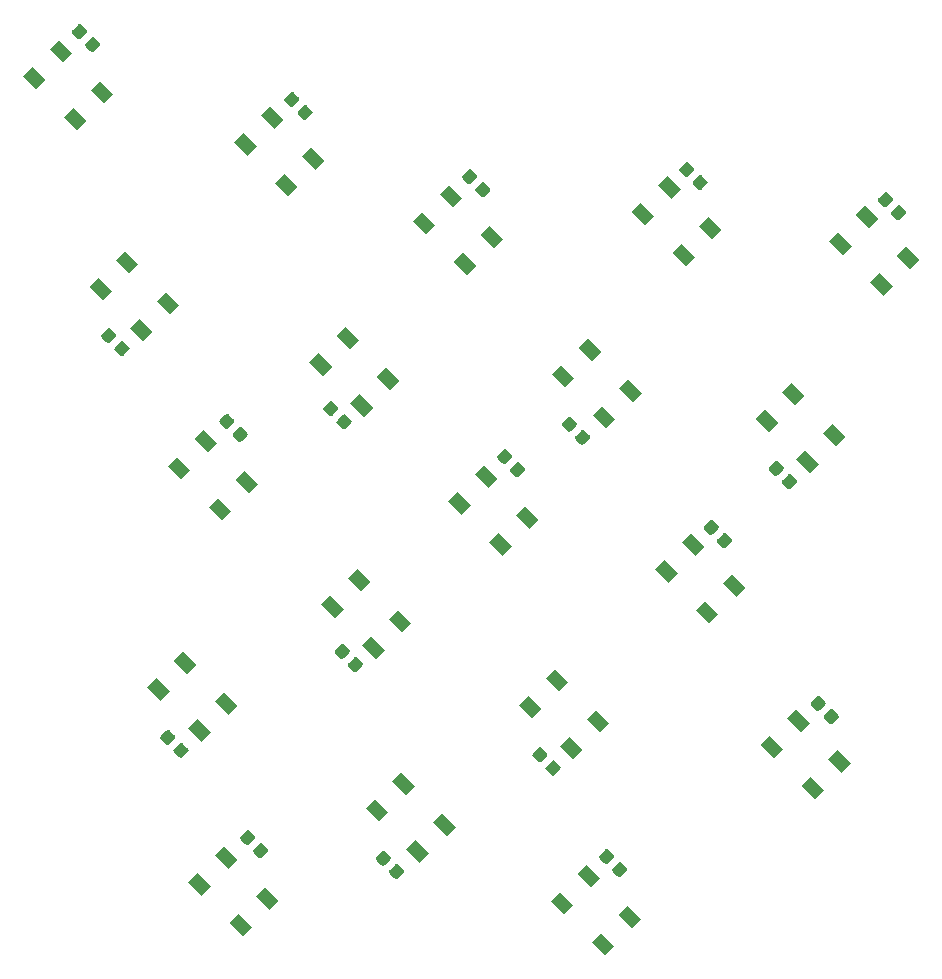
<source format=gts>
G04 #@! TF.GenerationSoftware,KiCad,Pcbnew,5.1.4+dfsg1-1*
G04 #@! TF.CreationDate,2019-11-20T14:25:38+01:00*
G04 #@! TF.ProjectId,LED-Polyhedron,4c45442d-506f-46c7-9968-6564726f6e2e,rev?*
G04 #@! TF.SameCoordinates,Original*
G04 #@! TF.FileFunction,Soldermask,Top*
G04 #@! TF.FilePolarity,Negative*
%FSLAX46Y46*%
G04 Gerber Fmt 4.6, Leading zero omitted, Abs format (unit mm)*
G04 Created by KiCad (PCBNEW 5.1.4+dfsg1-1) date 2019-11-20 14:25:38*
%MOMM*%
%LPD*%
G04 APERTURE LIST*
%ADD10C,0.100000*%
G04 APERTURE END LIST*
D10*
G36*
X56227049Y-82870559D02*
G01*
X55447818Y-83649790D01*
X54315033Y-82517005D01*
X55094264Y-81737774D01*
X56227049Y-82870559D01*
X56227049Y-82870559D01*
G37*
G36*
X25557049Y-81290559D02*
G01*
X24777818Y-82069790D01*
X23645033Y-80937005D01*
X24424264Y-80157774D01*
X25557049Y-81290559D01*
X25557049Y-81290559D01*
G37*
G36*
X58489790Y-80607818D02*
G01*
X57710559Y-81387049D01*
X56577774Y-80254264D01*
X57357005Y-79475033D01*
X58489790Y-80607818D01*
X58489790Y-80607818D01*
G37*
G36*
X52762226Y-79405736D02*
G01*
X51982995Y-80184967D01*
X50850210Y-79052182D01*
X51629441Y-78272951D01*
X52762226Y-79405736D01*
X52762226Y-79405736D01*
G37*
G36*
X27819790Y-79027818D02*
G01*
X27040559Y-79807049D01*
X25907774Y-78674264D01*
X26687005Y-77895033D01*
X27819790Y-79027818D01*
X27819790Y-79027818D01*
G37*
G36*
X22092226Y-77825736D02*
G01*
X21312995Y-78604967D01*
X20180210Y-77472182D01*
X20959441Y-76692951D01*
X22092226Y-77825736D01*
X22092226Y-77825736D01*
G37*
G36*
X55024967Y-77142995D02*
G01*
X54245736Y-77922226D01*
X53112951Y-76789441D01*
X53892182Y-76010210D01*
X55024967Y-77142995D01*
X55024967Y-77142995D01*
G37*
G36*
X37868705Y-75918855D02*
G01*
X37902683Y-75929163D01*
X37934004Y-75945904D01*
X37966218Y-75972342D01*
X38006069Y-76012193D01*
X38006075Y-76012198D01*
X38351496Y-76357619D01*
X38351501Y-76357625D01*
X38391352Y-76397476D01*
X38417790Y-76429690D01*
X38434531Y-76461011D01*
X38444839Y-76494989D01*
X38448319Y-76530330D01*
X38444839Y-76565671D01*
X38434531Y-76599649D01*
X38417790Y-76630970D01*
X38391352Y-76663184D01*
X38351501Y-76703035D01*
X38351496Y-76703041D01*
X37953041Y-77101496D01*
X37953035Y-77101501D01*
X37913184Y-77141352D01*
X37880970Y-77167790D01*
X37849649Y-77184531D01*
X37815671Y-77194839D01*
X37780330Y-77198319D01*
X37744989Y-77194839D01*
X37711011Y-77184531D01*
X37679690Y-77167790D01*
X37647476Y-77141352D01*
X37607625Y-77101501D01*
X37607619Y-77101496D01*
X37262198Y-76756075D01*
X37262193Y-76756069D01*
X37222342Y-76716218D01*
X37195904Y-76684004D01*
X37179163Y-76652683D01*
X37168855Y-76618705D01*
X37165375Y-76583364D01*
X37168855Y-76548023D01*
X37179163Y-76514045D01*
X37195904Y-76482724D01*
X37222342Y-76450510D01*
X37262193Y-76410659D01*
X37262198Y-76410653D01*
X37660653Y-76012198D01*
X37660659Y-76012193D01*
X37700510Y-75972342D01*
X37732724Y-75945904D01*
X37764045Y-75929163D01*
X37798023Y-75918855D01*
X37833364Y-75915375D01*
X37868705Y-75918855D01*
X37868705Y-75918855D01*
G37*
G36*
X56758705Y-75768855D02*
G01*
X56792683Y-75779163D01*
X56824004Y-75795904D01*
X56856218Y-75822342D01*
X56896069Y-75862193D01*
X56896075Y-75862198D01*
X57241496Y-76207619D01*
X57241501Y-76207625D01*
X57281352Y-76247476D01*
X57307790Y-76279690D01*
X57324531Y-76311011D01*
X57334839Y-76344989D01*
X57338319Y-76380330D01*
X57334839Y-76415671D01*
X57324531Y-76449649D01*
X57307790Y-76480970D01*
X57281352Y-76513184D01*
X57241501Y-76553035D01*
X57241496Y-76553041D01*
X56843041Y-76951496D01*
X56843035Y-76951501D01*
X56803184Y-76991352D01*
X56770970Y-77017790D01*
X56739649Y-77034531D01*
X56705671Y-77044839D01*
X56670330Y-77048319D01*
X56634989Y-77044839D01*
X56601011Y-77034531D01*
X56569690Y-77017790D01*
X56537476Y-76991352D01*
X56497625Y-76951501D01*
X56497619Y-76951496D01*
X56152198Y-76606075D01*
X56152193Y-76606069D01*
X56112342Y-76566218D01*
X56085904Y-76534004D01*
X56069163Y-76502683D01*
X56058855Y-76468705D01*
X56055375Y-76433364D01*
X56058855Y-76398023D01*
X56069163Y-76364045D01*
X56085904Y-76332724D01*
X56112342Y-76300510D01*
X56152193Y-76260659D01*
X56152198Y-76260653D01*
X56550653Y-75862198D01*
X56550659Y-75862193D01*
X56590510Y-75822342D01*
X56622724Y-75795904D01*
X56654045Y-75779163D01*
X56688023Y-75768855D01*
X56723364Y-75765375D01*
X56758705Y-75768855D01*
X56758705Y-75768855D01*
G37*
G36*
X24354967Y-75562995D02*
G01*
X23575736Y-76342226D01*
X22442951Y-75209441D01*
X23222182Y-74430210D01*
X24354967Y-75562995D01*
X24354967Y-75562995D01*
G37*
G36*
X36755011Y-74805161D02*
G01*
X36788989Y-74815469D01*
X36820310Y-74832210D01*
X36852524Y-74858648D01*
X36892375Y-74898499D01*
X36892381Y-74898504D01*
X37237802Y-75243925D01*
X37237807Y-75243931D01*
X37277658Y-75283782D01*
X37304096Y-75315996D01*
X37320837Y-75347317D01*
X37331145Y-75381295D01*
X37334625Y-75416636D01*
X37331145Y-75451977D01*
X37320837Y-75485955D01*
X37304096Y-75517276D01*
X37277658Y-75549490D01*
X37237807Y-75589341D01*
X37237802Y-75589347D01*
X36839347Y-75987802D01*
X36839341Y-75987807D01*
X36799490Y-76027658D01*
X36767276Y-76054096D01*
X36735955Y-76070837D01*
X36701977Y-76081145D01*
X36666636Y-76084625D01*
X36631295Y-76081145D01*
X36597317Y-76070837D01*
X36565996Y-76054096D01*
X36533782Y-76027658D01*
X36493931Y-75987807D01*
X36493925Y-75987802D01*
X36148504Y-75642381D01*
X36148499Y-75642375D01*
X36108648Y-75602524D01*
X36082210Y-75570310D01*
X36065469Y-75538989D01*
X36055161Y-75505011D01*
X36051681Y-75469670D01*
X36055161Y-75434329D01*
X36065469Y-75400351D01*
X36082210Y-75369030D01*
X36108648Y-75336816D01*
X36148499Y-75296965D01*
X36148504Y-75296959D01*
X36546959Y-74898504D01*
X36546965Y-74898499D01*
X36586816Y-74858648D01*
X36619030Y-74832210D01*
X36650351Y-74815469D01*
X36684329Y-74805161D01*
X36719670Y-74801681D01*
X36755011Y-74805161D01*
X36755011Y-74805161D01*
G37*
G36*
X55645011Y-74655161D02*
G01*
X55678989Y-74665469D01*
X55710310Y-74682210D01*
X55742524Y-74708648D01*
X55782375Y-74748499D01*
X55782381Y-74748504D01*
X56127802Y-75093925D01*
X56127807Y-75093931D01*
X56167658Y-75133782D01*
X56194096Y-75165996D01*
X56210837Y-75197317D01*
X56221145Y-75231295D01*
X56224625Y-75266636D01*
X56221145Y-75301977D01*
X56210837Y-75335955D01*
X56194096Y-75367276D01*
X56167658Y-75399490D01*
X56127807Y-75439341D01*
X56127802Y-75439347D01*
X55729347Y-75837802D01*
X55729341Y-75837807D01*
X55689490Y-75877658D01*
X55657276Y-75904096D01*
X55625955Y-75920837D01*
X55591977Y-75931145D01*
X55556636Y-75934625D01*
X55521295Y-75931145D01*
X55487317Y-75920837D01*
X55455996Y-75904096D01*
X55423782Y-75877658D01*
X55383931Y-75837807D01*
X55383925Y-75837802D01*
X55038504Y-75492381D01*
X55038499Y-75492375D01*
X54998648Y-75452524D01*
X54972210Y-75420310D01*
X54955469Y-75388989D01*
X54945161Y-75355011D01*
X54941681Y-75319670D01*
X54945161Y-75284329D01*
X54955469Y-75250351D01*
X54972210Y-75219030D01*
X54998648Y-75186816D01*
X55038499Y-75146965D01*
X55038504Y-75146959D01*
X55436959Y-74748504D01*
X55436965Y-74748499D01*
X55476816Y-74708648D01*
X55509030Y-74682210D01*
X55540351Y-74665469D01*
X55574329Y-74655161D01*
X55609670Y-74651681D01*
X55645011Y-74655161D01*
X55645011Y-74655161D01*
G37*
G36*
X40557049Y-75040559D02*
G01*
X39777818Y-75819790D01*
X38645033Y-74687005D01*
X39424264Y-73907774D01*
X40557049Y-75040559D01*
X40557049Y-75040559D01*
G37*
G36*
X26368705Y-74168855D02*
G01*
X26402683Y-74179163D01*
X26434004Y-74195904D01*
X26466218Y-74222342D01*
X26506069Y-74262193D01*
X26506075Y-74262198D01*
X26851496Y-74607619D01*
X26851501Y-74607625D01*
X26891352Y-74647476D01*
X26917790Y-74679690D01*
X26934531Y-74711011D01*
X26944839Y-74744989D01*
X26948319Y-74780330D01*
X26944839Y-74815671D01*
X26934531Y-74849649D01*
X26917790Y-74880970D01*
X26891352Y-74913184D01*
X26851501Y-74953035D01*
X26851496Y-74953041D01*
X26453041Y-75351496D01*
X26453035Y-75351501D01*
X26413184Y-75391352D01*
X26380970Y-75417790D01*
X26349649Y-75434531D01*
X26315671Y-75444839D01*
X26280330Y-75448319D01*
X26244989Y-75444839D01*
X26211011Y-75434531D01*
X26179690Y-75417790D01*
X26147476Y-75391352D01*
X26107625Y-75351501D01*
X26107619Y-75351496D01*
X25762198Y-75006075D01*
X25762193Y-75006069D01*
X25722342Y-74966218D01*
X25695904Y-74934004D01*
X25679163Y-74902683D01*
X25668855Y-74868705D01*
X25665375Y-74833364D01*
X25668855Y-74798023D01*
X25679163Y-74764045D01*
X25695904Y-74732724D01*
X25722342Y-74700510D01*
X25762193Y-74660659D01*
X25762198Y-74660653D01*
X26160653Y-74262198D01*
X26160659Y-74262193D01*
X26200510Y-74222342D01*
X26232724Y-74195904D01*
X26264045Y-74179163D01*
X26298023Y-74168855D01*
X26333364Y-74165375D01*
X26368705Y-74168855D01*
X26368705Y-74168855D01*
G37*
G36*
X25255011Y-73055161D02*
G01*
X25288989Y-73065469D01*
X25320310Y-73082210D01*
X25352524Y-73108648D01*
X25392375Y-73148499D01*
X25392381Y-73148504D01*
X25737802Y-73493925D01*
X25737807Y-73493931D01*
X25777658Y-73533782D01*
X25804096Y-73565996D01*
X25820837Y-73597317D01*
X25831145Y-73631295D01*
X25834625Y-73666636D01*
X25831145Y-73701977D01*
X25820837Y-73735955D01*
X25804096Y-73767276D01*
X25777658Y-73799490D01*
X25737807Y-73839341D01*
X25737802Y-73839347D01*
X25339347Y-74237802D01*
X25339341Y-74237807D01*
X25299490Y-74277658D01*
X25267276Y-74304096D01*
X25235955Y-74320837D01*
X25201977Y-74331145D01*
X25166636Y-74334625D01*
X25131295Y-74331145D01*
X25097317Y-74320837D01*
X25065996Y-74304096D01*
X25033782Y-74277658D01*
X24993931Y-74237807D01*
X24993925Y-74237802D01*
X24648504Y-73892381D01*
X24648499Y-73892375D01*
X24608648Y-73852524D01*
X24582210Y-73820310D01*
X24565469Y-73788989D01*
X24555161Y-73755011D01*
X24551681Y-73719670D01*
X24555161Y-73684329D01*
X24565469Y-73650351D01*
X24582210Y-73619030D01*
X24608648Y-73586816D01*
X24648499Y-73546965D01*
X24648504Y-73546959D01*
X25046959Y-73148504D01*
X25046965Y-73148499D01*
X25086816Y-73108648D01*
X25119030Y-73082210D01*
X25150351Y-73065469D01*
X25184329Y-73055161D01*
X25219670Y-73051681D01*
X25255011Y-73055161D01*
X25255011Y-73055161D01*
G37*
G36*
X42819790Y-72777818D02*
G01*
X42040559Y-73557049D01*
X40907774Y-72424264D01*
X41687005Y-71645033D01*
X42819790Y-72777818D01*
X42819790Y-72777818D01*
G37*
G36*
X37092226Y-71575736D02*
G01*
X36312995Y-72354967D01*
X35180210Y-71222182D01*
X35959441Y-70442951D01*
X37092226Y-71575736D01*
X37092226Y-71575736D01*
G37*
G36*
X73987049Y-69690559D02*
G01*
X73207818Y-70469790D01*
X72075033Y-69337005D01*
X72854264Y-68557774D01*
X73987049Y-69690559D01*
X73987049Y-69690559D01*
G37*
G36*
X39354967Y-69312995D02*
G01*
X38575736Y-70092226D01*
X37442951Y-68959441D01*
X38222182Y-68180210D01*
X39354967Y-69312995D01*
X39354967Y-69312995D01*
G37*
G36*
X51118705Y-67168855D02*
G01*
X51152683Y-67179163D01*
X51184004Y-67195904D01*
X51216218Y-67222342D01*
X51256069Y-67262193D01*
X51256075Y-67262198D01*
X51601496Y-67607619D01*
X51601501Y-67607625D01*
X51641352Y-67647476D01*
X51667790Y-67679690D01*
X51684531Y-67711011D01*
X51694839Y-67744989D01*
X51698319Y-67780330D01*
X51694839Y-67815671D01*
X51684531Y-67849649D01*
X51667790Y-67880970D01*
X51641352Y-67913184D01*
X51601501Y-67953035D01*
X51601496Y-67953041D01*
X51203041Y-68351496D01*
X51203035Y-68351501D01*
X51163184Y-68391352D01*
X51130970Y-68417790D01*
X51099649Y-68434531D01*
X51065671Y-68444839D01*
X51030330Y-68448319D01*
X50994989Y-68444839D01*
X50961011Y-68434531D01*
X50929690Y-68417790D01*
X50897476Y-68391352D01*
X50857625Y-68351501D01*
X50857619Y-68351496D01*
X50512198Y-68006075D01*
X50512193Y-68006069D01*
X50472342Y-67966218D01*
X50445904Y-67934004D01*
X50429163Y-67902683D01*
X50418855Y-67868705D01*
X50415375Y-67833364D01*
X50418855Y-67798023D01*
X50429163Y-67764045D01*
X50445904Y-67732724D01*
X50472342Y-67700510D01*
X50512193Y-67660659D01*
X50512198Y-67660653D01*
X50910653Y-67262198D01*
X50910659Y-67262193D01*
X50950510Y-67222342D01*
X50982724Y-67195904D01*
X51014045Y-67179163D01*
X51048023Y-67168855D01*
X51083364Y-67165375D01*
X51118705Y-67168855D01*
X51118705Y-67168855D01*
G37*
G36*
X76249790Y-67427818D02*
G01*
X75470559Y-68207049D01*
X74337774Y-67074264D01*
X75117005Y-66295033D01*
X76249790Y-67427818D01*
X76249790Y-67427818D01*
G37*
G36*
X50005011Y-66055161D02*
G01*
X50038989Y-66065469D01*
X50070310Y-66082210D01*
X50102524Y-66108648D01*
X50142375Y-66148499D01*
X50142381Y-66148504D01*
X50487802Y-66493925D01*
X50487807Y-66493931D01*
X50527658Y-66533782D01*
X50554096Y-66565996D01*
X50570837Y-66597317D01*
X50581145Y-66631295D01*
X50584625Y-66666636D01*
X50581145Y-66701977D01*
X50570837Y-66735955D01*
X50554096Y-66767276D01*
X50527658Y-66799490D01*
X50487807Y-66839341D01*
X50487802Y-66839347D01*
X50089347Y-67237802D01*
X50089341Y-67237807D01*
X50049490Y-67277658D01*
X50017276Y-67304096D01*
X49985955Y-67320837D01*
X49951977Y-67331145D01*
X49916636Y-67334625D01*
X49881295Y-67331145D01*
X49847317Y-67320837D01*
X49815996Y-67304096D01*
X49783782Y-67277658D01*
X49743931Y-67237807D01*
X49743925Y-67237802D01*
X49398504Y-66892381D01*
X49398499Y-66892375D01*
X49358648Y-66852524D01*
X49332210Y-66820310D01*
X49315469Y-66788989D01*
X49305161Y-66755011D01*
X49301681Y-66719670D01*
X49305161Y-66684329D01*
X49315469Y-66650351D01*
X49332210Y-66619030D01*
X49358648Y-66586816D01*
X49398499Y-66546965D01*
X49398504Y-66546959D01*
X49796959Y-66148504D01*
X49796965Y-66148499D01*
X49836816Y-66108648D01*
X49869030Y-66082210D01*
X49900351Y-66065469D01*
X49934329Y-66055161D01*
X49969670Y-66051681D01*
X50005011Y-66055161D01*
X50005011Y-66055161D01*
G37*
G36*
X53557049Y-66290559D02*
G01*
X52777818Y-67069790D01*
X51645033Y-65937005D01*
X52424264Y-65157774D01*
X53557049Y-66290559D01*
X53557049Y-66290559D01*
G37*
G36*
X70522226Y-66225736D02*
G01*
X69742995Y-67004967D01*
X68610210Y-65872182D01*
X69389441Y-65092951D01*
X70522226Y-66225736D01*
X70522226Y-66225736D01*
G37*
G36*
X19618705Y-65668855D02*
G01*
X19652683Y-65679163D01*
X19684004Y-65695904D01*
X19716218Y-65722342D01*
X19756069Y-65762193D01*
X19756075Y-65762198D01*
X20101496Y-66107619D01*
X20101501Y-66107625D01*
X20141352Y-66147476D01*
X20167790Y-66179690D01*
X20184531Y-66211011D01*
X20194839Y-66244989D01*
X20198319Y-66280330D01*
X20194839Y-66315671D01*
X20184531Y-66349649D01*
X20167790Y-66380970D01*
X20141352Y-66413184D01*
X20101501Y-66453035D01*
X20101496Y-66453041D01*
X19703041Y-66851496D01*
X19703035Y-66851501D01*
X19663184Y-66891352D01*
X19630970Y-66917790D01*
X19599649Y-66934531D01*
X19565671Y-66944839D01*
X19530330Y-66948319D01*
X19494989Y-66944839D01*
X19461011Y-66934531D01*
X19429690Y-66917790D01*
X19397476Y-66891352D01*
X19357625Y-66851501D01*
X19357619Y-66851496D01*
X19012198Y-66506075D01*
X19012193Y-66506069D01*
X18972342Y-66466218D01*
X18945904Y-66434004D01*
X18929163Y-66402683D01*
X18918855Y-66368705D01*
X18915375Y-66333364D01*
X18918855Y-66298023D01*
X18929163Y-66264045D01*
X18945904Y-66232724D01*
X18972342Y-66200510D01*
X19012193Y-66160659D01*
X19012198Y-66160653D01*
X19410653Y-65762198D01*
X19410659Y-65762193D01*
X19450510Y-65722342D01*
X19482724Y-65695904D01*
X19514045Y-65679163D01*
X19548023Y-65668855D01*
X19583364Y-65665375D01*
X19618705Y-65668855D01*
X19618705Y-65668855D01*
G37*
G36*
X18505011Y-64555161D02*
G01*
X18538989Y-64565469D01*
X18570310Y-64582210D01*
X18602524Y-64608648D01*
X18642375Y-64648499D01*
X18642381Y-64648504D01*
X18987802Y-64993925D01*
X18987807Y-64993931D01*
X19027658Y-65033782D01*
X19054096Y-65065996D01*
X19070837Y-65097317D01*
X19081145Y-65131295D01*
X19084625Y-65166636D01*
X19081145Y-65201977D01*
X19070837Y-65235955D01*
X19054096Y-65267276D01*
X19027658Y-65299490D01*
X18987807Y-65339341D01*
X18987802Y-65339347D01*
X18589347Y-65737802D01*
X18589341Y-65737807D01*
X18549490Y-65777658D01*
X18517276Y-65804096D01*
X18485955Y-65820837D01*
X18451977Y-65831145D01*
X18416636Y-65834625D01*
X18381295Y-65831145D01*
X18347317Y-65820837D01*
X18315996Y-65804096D01*
X18283782Y-65777658D01*
X18243931Y-65737807D01*
X18243925Y-65737802D01*
X17898504Y-65392381D01*
X17898499Y-65392375D01*
X17858648Y-65352524D01*
X17832210Y-65320310D01*
X17815469Y-65288989D01*
X17805161Y-65255011D01*
X17801681Y-65219670D01*
X17805161Y-65184329D01*
X17815469Y-65150351D01*
X17832210Y-65119030D01*
X17858648Y-65086816D01*
X17898499Y-65046965D01*
X17898504Y-65046959D01*
X18296959Y-64648504D01*
X18296965Y-64648499D01*
X18336816Y-64608648D01*
X18369030Y-64582210D01*
X18400351Y-64565469D01*
X18434329Y-64555161D01*
X18469670Y-64551681D01*
X18505011Y-64555161D01*
X18505011Y-64555161D01*
G37*
G36*
X22057049Y-64790559D02*
G01*
X21277818Y-65569790D01*
X20145033Y-64437005D01*
X20924264Y-63657774D01*
X22057049Y-64790559D01*
X22057049Y-64790559D01*
G37*
G36*
X55819790Y-64027818D02*
G01*
X55040559Y-64807049D01*
X53907774Y-63674264D01*
X54687005Y-62895033D01*
X55819790Y-64027818D01*
X55819790Y-64027818D01*
G37*
G36*
X72784967Y-63962995D02*
G01*
X72005736Y-64742226D01*
X70872951Y-63609441D01*
X71652182Y-62830210D01*
X72784967Y-63962995D01*
X72784967Y-63962995D01*
G37*
G36*
X74668705Y-62828855D02*
G01*
X74702683Y-62839163D01*
X74734004Y-62855904D01*
X74766218Y-62882342D01*
X74806069Y-62922193D01*
X74806075Y-62922198D01*
X75151496Y-63267619D01*
X75151501Y-63267625D01*
X75191352Y-63307476D01*
X75217790Y-63339690D01*
X75234531Y-63371011D01*
X75244839Y-63404989D01*
X75248319Y-63440330D01*
X75244839Y-63475671D01*
X75234531Y-63509649D01*
X75217790Y-63540970D01*
X75191352Y-63573184D01*
X75151501Y-63613035D01*
X75151496Y-63613041D01*
X74753041Y-64011496D01*
X74753035Y-64011501D01*
X74713184Y-64051352D01*
X74680970Y-64077790D01*
X74649649Y-64094531D01*
X74615671Y-64104839D01*
X74580330Y-64108319D01*
X74544989Y-64104839D01*
X74511011Y-64094531D01*
X74479690Y-64077790D01*
X74447476Y-64051352D01*
X74407625Y-64011501D01*
X74407619Y-64011496D01*
X74062198Y-63666075D01*
X74062193Y-63666069D01*
X74022342Y-63626218D01*
X73995904Y-63594004D01*
X73979163Y-63562683D01*
X73968855Y-63528705D01*
X73965375Y-63493364D01*
X73968855Y-63458023D01*
X73979163Y-63424045D01*
X73995904Y-63392724D01*
X74022342Y-63360510D01*
X74062193Y-63320659D01*
X74062198Y-63320653D01*
X74460653Y-62922198D01*
X74460659Y-62922193D01*
X74500510Y-62882342D01*
X74532724Y-62855904D01*
X74564045Y-62839163D01*
X74598023Y-62828855D01*
X74633364Y-62825375D01*
X74668705Y-62828855D01*
X74668705Y-62828855D01*
G37*
G36*
X50092226Y-62825736D02*
G01*
X49312995Y-63604967D01*
X48180210Y-62472182D01*
X48959441Y-61692951D01*
X50092226Y-62825736D01*
X50092226Y-62825736D01*
G37*
G36*
X24319790Y-62527818D02*
G01*
X23540559Y-63307049D01*
X22407774Y-62174264D01*
X23187005Y-61395033D01*
X24319790Y-62527818D01*
X24319790Y-62527818D01*
G37*
G36*
X73555011Y-61715161D02*
G01*
X73588989Y-61725469D01*
X73620310Y-61742210D01*
X73652524Y-61768648D01*
X73692375Y-61808499D01*
X73692381Y-61808504D01*
X74037802Y-62153925D01*
X74037807Y-62153931D01*
X74077658Y-62193782D01*
X74104096Y-62225996D01*
X74120837Y-62257317D01*
X74131145Y-62291295D01*
X74134625Y-62326636D01*
X74131145Y-62361977D01*
X74120837Y-62395955D01*
X74104096Y-62427276D01*
X74077658Y-62459490D01*
X74037807Y-62499341D01*
X74037802Y-62499347D01*
X73639347Y-62897802D01*
X73639341Y-62897807D01*
X73599490Y-62937658D01*
X73567276Y-62964096D01*
X73535955Y-62980837D01*
X73501977Y-62991145D01*
X73466636Y-62994625D01*
X73431295Y-62991145D01*
X73397317Y-62980837D01*
X73365996Y-62964096D01*
X73333782Y-62937658D01*
X73293931Y-62897807D01*
X73293925Y-62897802D01*
X72948504Y-62552381D01*
X72948499Y-62552375D01*
X72908648Y-62512524D01*
X72882210Y-62480310D01*
X72865469Y-62448989D01*
X72855161Y-62415011D01*
X72851681Y-62379670D01*
X72855161Y-62344329D01*
X72865469Y-62310351D01*
X72882210Y-62279030D01*
X72908648Y-62246816D01*
X72948499Y-62206965D01*
X72948504Y-62206959D01*
X73346959Y-61808504D01*
X73346965Y-61808499D01*
X73386816Y-61768648D01*
X73419030Y-61742210D01*
X73450351Y-61725469D01*
X73484329Y-61715161D01*
X73519670Y-61711681D01*
X73555011Y-61715161D01*
X73555011Y-61715161D01*
G37*
G36*
X18592226Y-61325736D02*
G01*
X17812995Y-62104967D01*
X16680210Y-60972182D01*
X17459441Y-60192951D01*
X18592226Y-61325736D01*
X18592226Y-61325736D01*
G37*
G36*
X52354967Y-60562995D02*
G01*
X51575736Y-61342226D01*
X50442951Y-60209441D01*
X51222182Y-59430210D01*
X52354967Y-60562995D01*
X52354967Y-60562995D01*
G37*
G36*
X20854967Y-59062995D02*
G01*
X20075736Y-59842226D01*
X18942951Y-58709441D01*
X19722182Y-57930210D01*
X20854967Y-59062995D01*
X20854967Y-59062995D01*
G37*
G36*
X34368705Y-58418855D02*
G01*
X34402683Y-58429163D01*
X34434004Y-58445904D01*
X34466218Y-58472342D01*
X34506069Y-58512193D01*
X34506075Y-58512198D01*
X34851496Y-58857619D01*
X34851501Y-58857625D01*
X34891352Y-58897476D01*
X34917790Y-58929690D01*
X34934531Y-58961011D01*
X34944839Y-58994989D01*
X34948319Y-59030330D01*
X34944839Y-59065671D01*
X34934531Y-59099649D01*
X34917790Y-59130970D01*
X34891352Y-59163184D01*
X34851501Y-59203035D01*
X34851496Y-59203041D01*
X34453041Y-59601496D01*
X34453035Y-59601501D01*
X34413184Y-59641352D01*
X34380970Y-59667790D01*
X34349649Y-59684531D01*
X34315671Y-59694839D01*
X34280330Y-59698319D01*
X34244989Y-59694839D01*
X34211011Y-59684531D01*
X34179690Y-59667790D01*
X34147476Y-59641352D01*
X34107625Y-59601501D01*
X34107619Y-59601496D01*
X33762198Y-59256075D01*
X33762193Y-59256069D01*
X33722342Y-59216218D01*
X33695904Y-59184004D01*
X33679163Y-59152683D01*
X33668855Y-59118705D01*
X33665375Y-59083364D01*
X33668855Y-59048023D01*
X33679163Y-59014045D01*
X33695904Y-58982724D01*
X33722342Y-58950510D01*
X33762193Y-58910659D01*
X33762198Y-58910653D01*
X34160653Y-58512198D01*
X34160659Y-58512193D01*
X34200510Y-58472342D01*
X34232724Y-58445904D01*
X34264045Y-58429163D01*
X34298023Y-58418855D01*
X34333364Y-58415375D01*
X34368705Y-58418855D01*
X34368705Y-58418855D01*
G37*
G36*
X33255011Y-57305161D02*
G01*
X33288989Y-57315469D01*
X33320310Y-57332210D01*
X33352524Y-57358648D01*
X33392375Y-57398499D01*
X33392381Y-57398504D01*
X33737802Y-57743925D01*
X33737807Y-57743931D01*
X33777658Y-57783782D01*
X33804096Y-57815996D01*
X33820837Y-57847317D01*
X33831145Y-57881295D01*
X33834625Y-57916636D01*
X33831145Y-57951977D01*
X33820837Y-57985955D01*
X33804096Y-58017276D01*
X33777658Y-58049490D01*
X33737807Y-58089341D01*
X33737802Y-58089347D01*
X33339347Y-58487802D01*
X33339341Y-58487807D01*
X33299490Y-58527658D01*
X33267276Y-58554096D01*
X33235955Y-58570837D01*
X33201977Y-58581145D01*
X33166636Y-58584625D01*
X33131295Y-58581145D01*
X33097317Y-58570837D01*
X33065996Y-58554096D01*
X33033782Y-58527658D01*
X32993931Y-58487807D01*
X32993925Y-58487802D01*
X32648504Y-58142381D01*
X32648499Y-58142375D01*
X32608648Y-58102524D01*
X32582210Y-58070310D01*
X32565469Y-58038989D01*
X32555161Y-58005011D01*
X32551681Y-57969670D01*
X32555161Y-57934329D01*
X32565469Y-57900351D01*
X32582210Y-57869030D01*
X32608648Y-57836816D01*
X32648499Y-57796965D01*
X32648504Y-57796959D01*
X33046959Y-57398504D01*
X33046965Y-57398499D01*
X33086816Y-57358648D01*
X33119030Y-57332210D01*
X33150351Y-57315469D01*
X33184329Y-57305161D01*
X33219670Y-57301681D01*
X33255011Y-57305161D01*
X33255011Y-57305161D01*
G37*
G36*
X36807049Y-57790559D02*
G01*
X36027818Y-58569790D01*
X34895033Y-57437005D01*
X35674264Y-56657774D01*
X36807049Y-57790559D01*
X36807049Y-57790559D01*
G37*
G36*
X39069790Y-55527818D02*
G01*
X38290559Y-56307049D01*
X37157774Y-55174264D01*
X37937005Y-54395033D01*
X39069790Y-55527818D01*
X39069790Y-55527818D01*
G37*
G36*
X65057049Y-54790559D02*
G01*
X64277818Y-55569790D01*
X63145033Y-54437005D01*
X63924264Y-53657774D01*
X65057049Y-54790559D01*
X65057049Y-54790559D01*
G37*
G36*
X33342226Y-54325736D02*
G01*
X32562995Y-55104967D01*
X31430210Y-53972182D01*
X32209441Y-53192951D01*
X33342226Y-54325736D01*
X33342226Y-54325736D01*
G37*
G36*
X67319790Y-52527818D02*
G01*
X66540559Y-53307049D01*
X65407774Y-52174264D01*
X66187005Y-51395033D01*
X67319790Y-52527818D01*
X67319790Y-52527818D01*
G37*
G36*
X35604967Y-52062995D02*
G01*
X34825736Y-52842226D01*
X33692951Y-51709441D01*
X34472182Y-50930210D01*
X35604967Y-52062995D01*
X35604967Y-52062995D01*
G37*
G36*
X61592226Y-51325736D02*
G01*
X60812995Y-52104967D01*
X59680210Y-50972182D01*
X60459441Y-50192951D01*
X61592226Y-51325736D01*
X61592226Y-51325736D01*
G37*
G36*
X63854967Y-49062995D02*
G01*
X63075736Y-49842226D01*
X61942951Y-48709441D01*
X62722182Y-47930210D01*
X63854967Y-49062995D01*
X63854967Y-49062995D01*
G37*
G36*
X47557049Y-49040559D02*
G01*
X46777818Y-49819790D01*
X45645033Y-48687005D01*
X46424264Y-47907774D01*
X47557049Y-49040559D01*
X47557049Y-49040559D01*
G37*
G36*
X65618705Y-47918855D02*
G01*
X65652683Y-47929163D01*
X65684004Y-47945904D01*
X65716218Y-47972342D01*
X65756069Y-48012193D01*
X65756075Y-48012198D01*
X66101496Y-48357619D01*
X66101501Y-48357625D01*
X66141352Y-48397476D01*
X66167790Y-48429690D01*
X66184531Y-48461011D01*
X66194839Y-48494989D01*
X66198319Y-48530330D01*
X66194839Y-48565671D01*
X66184531Y-48599649D01*
X66167790Y-48630970D01*
X66141352Y-48663184D01*
X66101501Y-48703035D01*
X66101496Y-48703041D01*
X65703041Y-49101496D01*
X65703035Y-49101501D01*
X65663184Y-49141352D01*
X65630970Y-49167790D01*
X65599649Y-49184531D01*
X65565671Y-49194839D01*
X65530330Y-49198319D01*
X65494989Y-49194839D01*
X65461011Y-49184531D01*
X65429690Y-49167790D01*
X65397476Y-49141352D01*
X65357625Y-49101501D01*
X65357619Y-49101496D01*
X65012198Y-48756075D01*
X65012193Y-48756069D01*
X64972342Y-48716218D01*
X64945904Y-48684004D01*
X64929163Y-48652683D01*
X64918855Y-48618705D01*
X64915375Y-48583364D01*
X64918855Y-48548023D01*
X64929163Y-48514045D01*
X64945904Y-48482724D01*
X64972342Y-48450510D01*
X65012193Y-48410659D01*
X65012198Y-48410653D01*
X65410653Y-48012198D01*
X65410659Y-48012193D01*
X65450510Y-47972342D01*
X65482724Y-47945904D01*
X65514045Y-47929163D01*
X65548023Y-47918855D01*
X65583364Y-47915375D01*
X65618705Y-47918855D01*
X65618705Y-47918855D01*
G37*
G36*
X64505011Y-46805161D02*
G01*
X64538989Y-46815469D01*
X64570310Y-46832210D01*
X64602524Y-46858648D01*
X64642375Y-46898499D01*
X64642381Y-46898504D01*
X64987802Y-47243925D01*
X64987807Y-47243931D01*
X65027658Y-47283782D01*
X65054096Y-47315996D01*
X65070837Y-47347317D01*
X65081145Y-47381295D01*
X65084625Y-47416636D01*
X65081145Y-47451977D01*
X65070837Y-47485955D01*
X65054096Y-47517276D01*
X65027658Y-47549490D01*
X64987807Y-47589341D01*
X64987802Y-47589347D01*
X64589347Y-47987802D01*
X64589341Y-47987807D01*
X64549490Y-48027658D01*
X64517276Y-48054096D01*
X64485955Y-48070837D01*
X64451977Y-48081145D01*
X64416636Y-48084625D01*
X64381295Y-48081145D01*
X64347317Y-48070837D01*
X64315996Y-48054096D01*
X64283782Y-48027658D01*
X64243931Y-47987807D01*
X64243925Y-47987802D01*
X63898504Y-47642381D01*
X63898499Y-47642375D01*
X63858648Y-47602524D01*
X63832210Y-47570310D01*
X63815469Y-47538989D01*
X63805161Y-47505011D01*
X63801681Y-47469670D01*
X63805161Y-47434329D01*
X63815469Y-47400351D01*
X63832210Y-47369030D01*
X63858648Y-47336816D01*
X63898499Y-47296965D01*
X63898504Y-47296959D01*
X64296959Y-46898504D01*
X64296965Y-46898499D01*
X64336816Y-46858648D01*
X64369030Y-46832210D01*
X64400351Y-46815469D01*
X64434329Y-46805161D01*
X64469670Y-46801681D01*
X64505011Y-46805161D01*
X64505011Y-46805161D01*
G37*
G36*
X49819790Y-46777818D02*
G01*
X49040559Y-47557049D01*
X47907774Y-46424264D01*
X48687005Y-45645033D01*
X49819790Y-46777818D01*
X49819790Y-46777818D01*
G37*
G36*
X23807049Y-46040559D02*
G01*
X23027818Y-46819790D01*
X21895033Y-45687005D01*
X22674264Y-44907774D01*
X23807049Y-46040559D01*
X23807049Y-46040559D01*
G37*
G36*
X44092226Y-45575736D02*
G01*
X43312995Y-46354967D01*
X42180210Y-45222182D01*
X42959441Y-44442951D01*
X44092226Y-45575736D01*
X44092226Y-45575736D01*
G37*
G36*
X26069790Y-43777818D02*
G01*
X25290559Y-44557049D01*
X24157774Y-43424264D01*
X24937005Y-42645033D01*
X26069790Y-43777818D01*
X26069790Y-43777818D01*
G37*
G36*
X71118705Y-42918855D02*
G01*
X71152683Y-42929163D01*
X71184004Y-42945904D01*
X71216218Y-42972342D01*
X71256069Y-43012193D01*
X71256075Y-43012198D01*
X71601496Y-43357619D01*
X71601501Y-43357625D01*
X71641352Y-43397476D01*
X71667790Y-43429690D01*
X71684531Y-43461011D01*
X71694839Y-43494989D01*
X71698319Y-43530330D01*
X71694839Y-43565671D01*
X71684531Y-43599649D01*
X71667790Y-43630970D01*
X71641352Y-43663184D01*
X71601501Y-43703035D01*
X71601496Y-43703041D01*
X71203041Y-44101496D01*
X71203035Y-44101501D01*
X71163184Y-44141352D01*
X71130970Y-44167790D01*
X71099649Y-44184531D01*
X71065671Y-44194839D01*
X71030330Y-44198319D01*
X70994989Y-44194839D01*
X70961011Y-44184531D01*
X70929690Y-44167790D01*
X70897476Y-44141352D01*
X70857625Y-44101501D01*
X70857619Y-44101496D01*
X70512198Y-43756075D01*
X70512193Y-43756069D01*
X70472342Y-43716218D01*
X70445904Y-43684004D01*
X70429163Y-43652683D01*
X70418855Y-43618705D01*
X70415375Y-43583364D01*
X70418855Y-43548023D01*
X70429163Y-43514045D01*
X70445904Y-43482724D01*
X70472342Y-43450510D01*
X70512193Y-43410659D01*
X70512198Y-43410653D01*
X70910653Y-43012198D01*
X70910659Y-43012193D01*
X70950510Y-42972342D01*
X70982724Y-42945904D01*
X71014045Y-42929163D01*
X71048023Y-42918855D01*
X71083364Y-42915375D01*
X71118705Y-42918855D01*
X71118705Y-42918855D01*
G37*
G36*
X46354967Y-43312995D02*
G01*
X45575736Y-44092226D01*
X44442951Y-42959441D01*
X45222182Y-42180210D01*
X46354967Y-43312995D01*
X46354967Y-43312995D01*
G37*
G36*
X20342226Y-42575736D02*
G01*
X19562995Y-43354967D01*
X18430210Y-42222182D01*
X19209441Y-41442951D01*
X20342226Y-42575736D01*
X20342226Y-42575736D01*
G37*
G36*
X48118705Y-41918855D02*
G01*
X48152683Y-41929163D01*
X48184004Y-41945904D01*
X48216218Y-41972342D01*
X48256069Y-42012193D01*
X48256075Y-42012198D01*
X48601496Y-42357619D01*
X48601501Y-42357625D01*
X48641352Y-42397476D01*
X48667790Y-42429690D01*
X48684531Y-42461011D01*
X48694839Y-42494989D01*
X48698319Y-42530330D01*
X48694839Y-42565671D01*
X48684531Y-42599649D01*
X48667790Y-42630970D01*
X48641352Y-42663184D01*
X48601501Y-42703035D01*
X48601496Y-42703041D01*
X48203041Y-43101496D01*
X48203035Y-43101501D01*
X48163184Y-43141352D01*
X48130970Y-43167790D01*
X48099649Y-43184531D01*
X48065671Y-43194839D01*
X48030330Y-43198319D01*
X47994989Y-43194839D01*
X47961011Y-43184531D01*
X47929690Y-43167790D01*
X47897476Y-43141352D01*
X47857625Y-43101501D01*
X47857619Y-43101496D01*
X47512198Y-42756075D01*
X47512193Y-42756069D01*
X47472342Y-42716218D01*
X47445904Y-42684004D01*
X47429163Y-42652683D01*
X47418855Y-42618705D01*
X47415375Y-42583364D01*
X47418855Y-42548023D01*
X47429163Y-42514045D01*
X47445904Y-42482724D01*
X47472342Y-42450510D01*
X47512193Y-42410659D01*
X47512198Y-42410653D01*
X47910653Y-42012198D01*
X47910659Y-42012193D01*
X47950510Y-41972342D01*
X47982724Y-41945904D01*
X48014045Y-41929163D01*
X48048023Y-41918855D01*
X48083364Y-41915375D01*
X48118705Y-41918855D01*
X48118705Y-41918855D01*
G37*
G36*
X70005011Y-41805161D02*
G01*
X70038989Y-41815469D01*
X70070310Y-41832210D01*
X70102524Y-41858648D01*
X70142375Y-41898499D01*
X70142381Y-41898504D01*
X70487802Y-42243925D01*
X70487807Y-42243931D01*
X70527658Y-42283782D01*
X70554096Y-42315996D01*
X70570837Y-42347317D01*
X70581145Y-42381295D01*
X70584625Y-42416636D01*
X70581145Y-42451977D01*
X70570837Y-42485955D01*
X70554096Y-42517276D01*
X70527658Y-42549490D01*
X70487807Y-42589341D01*
X70487802Y-42589347D01*
X70089347Y-42987802D01*
X70089341Y-42987807D01*
X70049490Y-43027658D01*
X70017276Y-43054096D01*
X69985955Y-43070837D01*
X69951977Y-43081145D01*
X69916636Y-43084625D01*
X69881295Y-43081145D01*
X69847317Y-43070837D01*
X69815996Y-43054096D01*
X69783782Y-43027658D01*
X69743931Y-42987807D01*
X69743925Y-42987802D01*
X69398504Y-42642381D01*
X69398499Y-42642375D01*
X69358648Y-42602524D01*
X69332210Y-42570310D01*
X69315469Y-42538989D01*
X69305161Y-42505011D01*
X69301681Y-42469670D01*
X69305161Y-42434329D01*
X69315469Y-42400351D01*
X69332210Y-42369030D01*
X69358648Y-42336816D01*
X69398499Y-42296965D01*
X69398504Y-42296959D01*
X69796959Y-41898504D01*
X69796965Y-41898499D01*
X69836816Y-41858648D01*
X69869030Y-41832210D01*
X69900351Y-41815469D01*
X69934329Y-41805161D01*
X69969670Y-41801681D01*
X70005011Y-41805161D01*
X70005011Y-41805161D01*
G37*
G36*
X73557049Y-42040559D02*
G01*
X72777818Y-42819790D01*
X71645033Y-41687005D01*
X72424264Y-40907774D01*
X73557049Y-42040559D01*
X73557049Y-42040559D01*
G37*
G36*
X47005011Y-40805161D02*
G01*
X47038989Y-40815469D01*
X47070310Y-40832210D01*
X47102524Y-40858648D01*
X47142375Y-40898499D01*
X47142381Y-40898504D01*
X47487802Y-41243925D01*
X47487807Y-41243931D01*
X47527658Y-41283782D01*
X47554096Y-41315996D01*
X47570837Y-41347317D01*
X47581145Y-41381295D01*
X47584625Y-41416636D01*
X47581145Y-41451977D01*
X47570837Y-41485955D01*
X47554096Y-41517276D01*
X47527658Y-41549490D01*
X47487807Y-41589341D01*
X47487802Y-41589347D01*
X47089347Y-41987802D01*
X47089341Y-41987807D01*
X47049490Y-42027658D01*
X47017276Y-42054096D01*
X46985955Y-42070837D01*
X46951977Y-42081145D01*
X46916636Y-42084625D01*
X46881295Y-42081145D01*
X46847317Y-42070837D01*
X46815996Y-42054096D01*
X46783782Y-42027658D01*
X46743931Y-41987807D01*
X46743925Y-41987802D01*
X46398504Y-41642381D01*
X46398499Y-41642375D01*
X46358648Y-41602524D01*
X46332210Y-41570310D01*
X46315469Y-41538989D01*
X46305161Y-41505011D01*
X46301681Y-41469670D01*
X46305161Y-41434329D01*
X46315469Y-41400351D01*
X46332210Y-41369030D01*
X46358648Y-41336816D01*
X46398499Y-41296965D01*
X46398504Y-41296959D01*
X46796959Y-40898504D01*
X46796965Y-40898499D01*
X46836816Y-40858648D01*
X46869030Y-40832210D01*
X46900351Y-40815469D01*
X46934329Y-40805161D01*
X46969670Y-40801681D01*
X47005011Y-40805161D01*
X47005011Y-40805161D01*
G37*
G36*
X22604967Y-40312995D02*
G01*
X21825736Y-41092226D01*
X20692951Y-39959441D01*
X21472182Y-39180210D01*
X22604967Y-40312995D01*
X22604967Y-40312995D01*
G37*
G36*
X75819790Y-39777818D02*
G01*
X75040559Y-40557049D01*
X73907774Y-39424264D01*
X74687005Y-38645033D01*
X75819790Y-39777818D01*
X75819790Y-39777818D01*
G37*
G36*
X53618705Y-39168855D02*
G01*
X53652683Y-39179163D01*
X53684004Y-39195904D01*
X53716218Y-39222342D01*
X53756069Y-39262193D01*
X53756075Y-39262198D01*
X54101496Y-39607619D01*
X54101501Y-39607625D01*
X54141352Y-39647476D01*
X54167790Y-39679690D01*
X54184531Y-39711011D01*
X54194839Y-39744989D01*
X54198319Y-39780330D01*
X54194839Y-39815671D01*
X54184531Y-39849649D01*
X54167790Y-39880970D01*
X54141352Y-39913184D01*
X54101501Y-39953035D01*
X54101496Y-39953041D01*
X53703041Y-40351496D01*
X53703035Y-40351501D01*
X53663184Y-40391352D01*
X53630970Y-40417790D01*
X53599649Y-40434531D01*
X53565671Y-40444839D01*
X53530330Y-40448319D01*
X53494989Y-40444839D01*
X53461011Y-40434531D01*
X53429690Y-40417790D01*
X53397476Y-40391352D01*
X53357625Y-40351501D01*
X53357619Y-40351496D01*
X53012198Y-40006075D01*
X53012193Y-40006069D01*
X52972342Y-39966218D01*
X52945904Y-39934004D01*
X52929163Y-39902683D01*
X52918855Y-39868705D01*
X52915375Y-39833364D01*
X52918855Y-39798023D01*
X52929163Y-39764045D01*
X52945904Y-39732724D01*
X52972342Y-39700510D01*
X53012193Y-39660659D01*
X53012198Y-39660653D01*
X53410653Y-39262198D01*
X53410659Y-39262193D01*
X53450510Y-39222342D01*
X53482724Y-39195904D01*
X53514045Y-39179163D01*
X53548023Y-39168855D01*
X53583364Y-39165375D01*
X53618705Y-39168855D01*
X53618705Y-39168855D01*
G37*
G36*
X24618705Y-38918855D02*
G01*
X24652683Y-38929163D01*
X24684004Y-38945904D01*
X24716218Y-38972342D01*
X24756069Y-39012193D01*
X24756075Y-39012198D01*
X25101496Y-39357619D01*
X25101501Y-39357625D01*
X25141352Y-39397476D01*
X25167790Y-39429690D01*
X25184531Y-39461011D01*
X25194839Y-39494989D01*
X25198319Y-39530330D01*
X25194839Y-39565671D01*
X25184531Y-39599649D01*
X25167790Y-39630970D01*
X25141352Y-39663184D01*
X25101501Y-39703035D01*
X25101496Y-39703041D01*
X24703041Y-40101496D01*
X24703035Y-40101501D01*
X24663184Y-40141352D01*
X24630970Y-40167790D01*
X24599649Y-40184531D01*
X24565671Y-40194839D01*
X24530330Y-40198319D01*
X24494989Y-40194839D01*
X24461011Y-40184531D01*
X24429690Y-40167790D01*
X24397476Y-40141352D01*
X24357625Y-40101501D01*
X24357619Y-40101496D01*
X24012198Y-39756075D01*
X24012193Y-39756069D01*
X23972342Y-39716218D01*
X23945904Y-39684004D01*
X23929163Y-39652683D01*
X23918855Y-39618705D01*
X23915375Y-39583364D01*
X23918855Y-39548023D01*
X23929163Y-39514045D01*
X23945904Y-39482724D01*
X23972342Y-39450510D01*
X24012193Y-39410659D01*
X24012198Y-39410653D01*
X24410653Y-39012198D01*
X24410659Y-39012193D01*
X24450510Y-38972342D01*
X24482724Y-38945904D01*
X24514045Y-38929163D01*
X24548023Y-38918855D01*
X24583364Y-38915375D01*
X24618705Y-38918855D01*
X24618705Y-38918855D01*
G37*
G36*
X70092226Y-38575736D02*
G01*
X69312995Y-39354967D01*
X68180210Y-38222182D01*
X68959441Y-37442951D01*
X70092226Y-38575736D01*
X70092226Y-38575736D01*
G37*
G36*
X52505011Y-38055161D02*
G01*
X52538989Y-38065469D01*
X52570310Y-38082210D01*
X52602524Y-38108648D01*
X52642375Y-38148499D01*
X52642381Y-38148504D01*
X52987802Y-38493925D01*
X52987807Y-38493931D01*
X53027658Y-38533782D01*
X53054096Y-38565996D01*
X53070837Y-38597317D01*
X53081145Y-38631295D01*
X53084625Y-38666636D01*
X53081145Y-38701977D01*
X53070837Y-38735955D01*
X53054096Y-38767276D01*
X53027658Y-38799490D01*
X52987807Y-38839341D01*
X52987802Y-38839347D01*
X52589347Y-39237802D01*
X52589341Y-39237807D01*
X52549490Y-39277658D01*
X52517276Y-39304096D01*
X52485955Y-39320837D01*
X52451977Y-39331145D01*
X52416636Y-39334625D01*
X52381295Y-39331145D01*
X52347317Y-39320837D01*
X52315996Y-39304096D01*
X52283782Y-39277658D01*
X52243931Y-39237807D01*
X52243925Y-39237802D01*
X51898504Y-38892381D01*
X51898499Y-38892375D01*
X51858648Y-38852524D01*
X51832210Y-38820310D01*
X51815469Y-38788989D01*
X51805161Y-38755011D01*
X51801681Y-38719670D01*
X51805161Y-38684329D01*
X51815469Y-38650351D01*
X51832210Y-38619030D01*
X51858648Y-38586816D01*
X51898499Y-38546965D01*
X51898504Y-38546959D01*
X52296959Y-38148504D01*
X52296965Y-38148499D01*
X52336816Y-38108648D01*
X52369030Y-38082210D01*
X52400351Y-38065469D01*
X52434329Y-38055161D01*
X52469670Y-38051681D01*
X52505011Y-38055161D01*
X52505011Y-38055161D01*
G37*
G36*
X33418705Y-37868855D02*
G01*
X33452683Y-37879163D01*
X33484004Y-37895904D01*
X33516218Y-37922342D01*
X33556069Y-37962193D01*
X33556075Y-37962198D01*
X33901496Y-38307619D01*
X33901501Y-38307625D01*
X33941352Y-38347476D01*
X33967790Y-38379690D01*
X33984531Y-38411011D01*
X33994839Y-38444989D01*
X33998319Y-38480330D01*
X33994839Y-38515671D01*
X33984531Y-38549649D01*
X33967790Y-38580970D01*
X33941352Y-38613184D01*
X33901501Y-38653035D01*
X33901496Y-38653041D01*
X33503041Y-39051496D01*
X33503035Y-39051501D01*
X33463184Y-39091352D01*
X33430970Y-39117790D01*
X33399649Y-39134531D01*
X33365671Y-39144839D01*
X33330330Y-39148319D01*
X33294989Y-39144839D01*
X33261011Y-39134531D01*
X33229690Y-39117790D01*
X33197476Y-39091352D01*
X33157625Y-39051501D01*
X33157619Y-39051496D01*
X32812198Y-38706075D01*
X32812193Y-38706069D01*
X32772342Y-38666218D01*
X32745904Y-38634004D01*
X32729163Y-38602683D01*
X32718855Y-38568705D01*
X32715375Y-38533364D01*
X32718855Y-38498023D01*
X32729163Y-38464045D01*
X32745904Y-38432724D01*
X32772342Y-38400510D01*
X32812193Y-38360659D01*
X32812198Y-38360653D01*
X33210653Y-37962198D01*
X33210659Y-37962193D01*
X33250510Y-37922342D01*
X33282724Y-37895904D01*
X33314045Y-37879163D01*
X33348023Y-37868855D01*
X33383364Y-37865375D01*
X33418705Y-37868855D01*
X33418705Y-37868855D01*
G37*
G36*
X23505011Y-37805161D02*
G01*
X23538989Y-37815469D01*
X23570310Y-37832210D01*
X23602524Y-37858648D01*
X23642375Y-37898499D01*
X23642381Y-37898504D01*
X23987802Y-38243925D01*
X23987807Y-38243931D01*
X24027658Y-38283782D01*
X24054096Y-38315996D01*
X24070837Y-38347317D01*
X24081145Y-38381295D01*
X24084625Y-38416636D01*
X24081145Y-38451977D01*
X24070837Y-38485955D01*
X24054096Y-38517276D01*
X24027658Y-38549490D01*
X23987807Y-38589341D01*
X23987802Y-38589347D01*
X23589347Y-38987802D01*
X23589341Y-38987807D01*
X23549490Y-39027658D01*
X23517276Y-39054096D01*
X23485955Y-39070837D01*
X23451977Y-39081145D01*
X23416636Y-39084625D01*
X23381295Y-39081145D01*
X23347317Y-39070837D01*
X23315996Y-39054096D01*
X23283782Y-39027658D01*
X23243931Y-38987807D01*
X23243925Y-38987802D01*
X22898504Y-38642381D01*
X22898499Y-38642375D01*
X22858648Y-38602524D01*
X22832210Y-38570310D01*
X22815469Y-38538989D01*
X22805161Y-38505011D01*
X22801681Y-38469670D01*
X22805161Y-38434329D01*
X22815469Y-38400351D01*
X22832210Y-38369030D01*
X22858648Y-38336816D01*
X22898499Y-38296965D01*
X22898504Y-38296959D01*
X23296959Y-37898504D01*
X23296965Y-37898499D01*
X23336816Y-37858648D01*
X23369030Y-37832210D01*
X23400351Y-37815469D01*
X23434329Y-37805161D01*
X23469670Y-37801681D01*
X23505011Y-37805161D01*
X23505011Y-37805161D01*
G37*
G36*
X56307049Y-38290559D02*
G01*
X55527818Y-39069790D01*
X54395033Y-37937005D01*
X55174264Y-37157774D01*
X56307049Y-38290559D01*
X56307049Y-38290559D01*
G37*
G36*
X35807049Y-37290559D02*
G01*
X35027818Y-38069790D01*
X33895033Y-36937005D01*
X34674264Y-36157774D01*
X35807049Y-37290559D01*
X35807049Y-37290559D01*
G37*
G36*
X32305011Y-36755161D02*
G01*
X32338989Y-36765469D01*
X32370310Y-36782210D01*
X32402524Y-36808648D01*
X32442375Y-36848499D01*
X32442381Y-36848504D01*
X32787802Y-37193925D01*
X32787807Y-37193931D01*
X32827658Y-37233782D01*
X32854096Y-37265996D01*
X32870837Y-37297317D01*
X32881145Y-37331295D01*
X32884625Y-37366636D01*
X32881145Y-37401977D01*
X32870837Y-37435955D01*
X32854096Y-37467276D01*
X32827658Y-37499490D01*
X32787807Y-37539341D01*
X32787802Y-37539347D01*
X32389347Y-37937802D01*
X32389341Y-37937807D01*
X32349490Y-37977658D01*
X32317276Y-38004096D01*
X32285955Y-38020837D01*
X32251977Y-38031145D01*
X32216636Y-38034625D01*
X32181295Y-38031145D01*
X32147317Y-38020837D01*
X32115996Y-38004096D01*
X32083782Y-37977658D01*
X32043931Y-37937807D01*
X32043925Y-37937802D01*
X31698504Y-37592381D01*
X31698499Y-37592375D01*
X31658648Y-37552524D01*
X31632210Y-37520310D01*
X31615469Y-37488989D01*
X31605161Y-37455011D01*
X31601681Y-37419670D01*
X31605161Y-37384329D01*
X31615469Y-37350351D01*
X31632210Y-37319030D01*
X31658648Y-37286816D01*
X31698499Y-37246965D01*
X31698504Y-37246959D01*
X32096959Y-36848504D01*
X32096965Y-36848499D01*
X32136816Y-36808648D01*
X32169030Y-36782210D01*
X32200351Y-36765469D01*
X32234329Y-36755161D01*
X32269670Y-36751681D01*
X32305011Y-36755161D01*
X32305011Y-36755161D01*
G37*
G36*
X72354967Y-36312995D02*
G01*
X71575736Y-37092226D01*
X70442951Y-35959441D01*
X71222182Y-35180210D01*
X72354967Y-36312995D01*
X72354967Y-36312995D01*
G37*
G36*
X58569790Y-36027818D02*
G01*
X57790559Y-36807049D01*
X56657774Y-35674264D01*
X57437005Y-34895033D01*
X58569790Y-36027818D01*
X58569790Y-36027818D01*
G37*
G36*
X38069790Y-35027818D02*
G01*
X37290559Y-35807049D01*
X36157774Y-34674264D01*
X36937005Y-33895033D01*
X38069790Y-35027818D01*
X38069790Y-35027818D01*
G37*
G36*
X52842226Y-34825736D02*
G01*
X52062995Y-35604967D01*
X50930210Y-34472182D01*
X51709441Y-33692951D01*
X52842226Y-34825736D01*
X52842226Y-34825736D01*
G37*
G36*
X32342226Y-33825736D02*
G01*
X31562995Y-34604967D01*
X30430210Y-33472182D01*
X31209441Y-32692951D01*
X32342226Y-33825736D01*
X32342226Y-33825736D01*
G37*
G36*
X55104967Y-32562995D02*
G01*
X54325736Y-33342226D01*
X53192951Y-32209441D01*
X53972182Y-31430210D01*
X55104967Y-32562995D01*
X55104967Y-32562995D01*
G37*
G36*
X14618705Y-31668855D02*
G01*
X14652683Y-31679163D01*
X14684004Y-31695904D01*
X14716218Y-31722342D01*
X14756069Y-31762193D01*
X14756075Y-31762198D01*
X15101496Y-32107619D01*
X15101501Y-32107625D01*
X15141352Y-32147476D01*
X15167790Y-32179690D01*
X15184531Y-32211011D01*
X15194839Y-32244989D01*
X15198319Y-32280330D01*
X15194839Y-32315671D01*
X15184531Y-32349649D01*
X15167790Y-32380970D01*
X15141352Y-32413184D01*
X15101501Y-32453035D01*
X15101496Y-32453041D01*
X14703041Y-32851496D01*
X14703035Y-32851501D01*
X14663184Y-32891352D01*
X14630970Y-32917790D01*
X14599649Y-32934531D01*
X14565671Y-32944839D01*
X14530330Y-32948319D01*
X14494989Y-32944839D01*
X14461011Y-32934531D01*
X14429690Y-32917790D01*
X14397476Y-32891352D01*
X14357625Y-32851501D01*
X14357619Y-32851496D01*
X14012198Y-32506075D01*
X14012193Y-32506069D01*
X13972342Y-32466218D01*
X13945904Y-32434004D01*
X13929163Y-32402683D01*
X13918855Y-32368705D01*
X13915375Y-32333364D01*
X13918855Y-32298023D01*
X13929163Y-32264045D01*
X13945904Y-32232724D01*
X13972342Y-32200510D01*
X14012193Y-32160659D01*
X14012198Y-32160653D01*
X14410653Y-31762198D01*
X14410659Y-31762193D01*
X14450510Y-31722342D01*
X14482724Y-31695904D01*
X14514045Y-31679163D01*
X14548023Y-31668855D01*
X14583364Y-31665375D01*
X14618705Y-31668855D01*
X14618705Y-31668855D01*
G37*
G36*
X34604967Y-31562995D02*
G01*
X33825736Y-32342226D01*
X32692951Y-31209441D01*
X33472182Y-30430210D01*
X34604967Y-31562995D01*
X34604967Y-31562995D01*
G37*
G36*
X13505011Y-30555161D02*
G01*
X13538989Y-30565469D01*
X13570310Y-30582210D01*
X13602524Y-30608648D01*
X13642375Y-30648499D01*
X13642381Y-30648504D01*
X13987802Y-30993925D01*
X13987807Y-30993931D01*
X14027658Y-31033782D01*
X14054096Y-31065996D01*
X14070837Y-31097317D01*
X14081145Y-31131295D01*
X14084625Y-31166636D01*
X14081145Y-31201977D01*
X14070837Y-31235955D01*
X14054096Y-31267276D01*
X14027658Y-31299490D01*
X13987807Y-31339341D01*
X13987802Y-31339347D01*
X13589347Y-31737802D01*
X13589341Y-31737807D01*
X13549490Y-31777658D01*
X13517276Y-31804096D01*
X13485955Y-31820837D01*
X13451977Y-31831145D01*
X13416636Y-31834625D01*
X13381295Y-31831145D01*
X13347317Y-31820837D01*
X13315996Y-31804096D01*
X13283782Y-31777658D01*
X13243931Y-31737807D01*
X13243925Y-31737802D01*
X12898504Y-31392381D01*
X12898499Y-31392375D01*
X12858648Y-31352524D01*
X12832210Y-31320310D01*
X12815469Y-31288989D01*
X12805161Y-31255011D01*
X12801681Y-31219670D01*
X12805161Y-31184329D01*
X12815469Y-31150351D01*
X12832210Y-31119030D01*
X12858648Y-31086816D01*
X12898499Y-31046965D01*
X12898504Y-31046959D01*
X13296959Y-30648504D01*
X13296965Y-30648499D01*
X13336816Y-30608648D01*
X13369030Y-30582210D01*
X13400351Y-30565469D01*
X13434329Y-30555161D01*
X13469670Y-30551681D01*
X13505011Y-30555161D01*
X13505011Y-30555161D01*
G37*
G36*
X17158049Y-30904359D02*
G01*
X16378818Y-31683590D01*
X15246033Y-30550805D01*
X16025264Y-29771574D01*
X17158049Y-30904359D01*
X17158049Y-30904359D01*
G37*
G36*
X19420790Y-28641618D02*
G01*
X18641559Y-29420849D01*
X17508774Y-28288064D01*
X18288005Y-27508833D01*
X19420790Y-28641618D01*
X19420790Y-28641618D01*
G37*
G36*
X13693226Y-27439536D02*
G01*
X12913995Y-28218767D01*
X11781210Y-27085982D01*
X12560441Y-26306751D01*
X13693226Y-27439536D01*
X13693226Y-27439536D01*
G37*
G36*
X79807049Y-27040559D02*
G01*
X79027818Y-27819790D01*
X77895033Y-26687005D01*
X78674264Y-25907774D01*
X79807049Y-27040559D01*
X79807049Y-27040559D01*
G37*
G36*
X44557049Y-25290559D02*
G01*
X43777818Y-26069790D01*
X42645033Y-24937005D01*
X43424264Y-24157774D01*
X44557049Y-25290559D01*
X44557049Y-25290559D01*
G37*
G36*
X15955967Y-25176795D02*
G01*
X15176736Y-25956026D01*
X14043951Y-24823241D01*
X14823182Y-24044010D01*
X15955967Y-25176795D01*
X15955967Y-25176795D01*
G37*
G36*
X82069790Y-24777818D02*
G01*
X81290559Y-25557049D01*
X80157774Y-24424264D01*
X80937005Y-23645033D01*
X82069790Y-24777818D01*
X82069790Y-24777818D01*
G37*
G36*
X63057049Y-24540559D02*
G01*
X62277818Y-25319790D01*
X61145033Y-24187005D01*
X61924264Y-23407774D01*
X63057049Y-24540559D01*
X63057049Y-24540559D01*
G37*
G36*
X76342226Y-23575736D02*
G01*
X75562995Y-24354967D01*
X74430210Y-23222182D01*
X75209441Y-22442951D01*
X76342226Y-23575736D01*
X76342226Y-23575736D01*
G37*
G36*
X46819790Y-23027818D02*
G01*
X46040559Y-23807049D01*
X44907774Y-22674264D01*
X45687005Y-21895033D01*
X46819790Y-23027818D01*
X46819790Y-23027818D01*
G37*
G36*
X65319790Y-22277818D02*
G01*
X64540559Y-23057049D01*
X63407774Y-21924264D01*
X64187005Y-21145033D01*
X65319790Y-22277818D01*
X65319790Y-22277818D01*
G37*
G36*
X41092226Y-21825736D02*
G01*
X40312995Y-22604967D01*
X39180210Y-21472182D01*
X39959441Y-20692951D01*
X41092226Y-21825736D01*
X41092226Y-21825736D01*
G37*
G36*
X78604967Y-21312995D02*
G01*
X77825736Y-22092226D01*
X76692951Y-20959441D01*
X77472182Y-20180210D01*
X78604967Y-21312995D01*
X78604967Y-21312995D01*
G37*
G36*
X59592226Y-21075736D02*
G01*
X58812995Y-21854967D01*
X57680210Y-20722182D01*
X58459441Y-19942951D01*
X59592226Y-21075736D01*
X59592226Y-21075736D01*
G37*
G36*
X80368705Y-20168855D02*
G01*
X80402683Y-20179163D01*
X80434004Y-20195904D01*
X80466218Y-20222342D01*
X80506069Y-20262193D01*
X80506075Y-20262198D01*
X80851496Y-20607619D01*
X80851501Y-20607625D01*
X80891352Y-20647476D01*
X80917790Y-20679690D01*
X80934531Y-20711011D01*
X80944839Y-20744989D01*
X80948319Y-20780330D01*
X80944839Y-20815671D01*
X80934531Y-20849649D01*
X80917790Y-20880970D01*
X80891352Y-20913184D01*
X80851501Y-20953035D01*
X80851496Y-20953041D01*
X80453041Y-21351496D01*
X80453035Y-21351501D01*
X80413184Y-21391352D01*
X80380970Y-21417790D01*
X80349649Y-21434531D01*
X80315671Y-21444839D01*
X80280330Y-21448319D01*
X80244989Y-21444839D01*
X80211011Y-21434531D01*
X80179690Y-21417790D01*
X80147476Y-21391352D01*
X80107625Y-21351501D01*
X80107619Y-21351496D01*
X79762198Y-21006075D01*
X79762193Y-21006069D01*
X79722342Y-20966218D01*
X79695904Y-20934004D01*
X79679163Y-20902683D01*
X79668855Y-20868705D01*
X79665375Y-20833364D01*
X79668855Y-20798023D01*
X79679163Y-20764045D01*
X79695904Y-20732724D01*
X79722342Y-20700510D01*
X79762193Y-20660659D01*
X79762198Y-20660653D01*
X80160653Y-20262198D01*
X80160659Y-20262193D01*
X80200510Y-20222342D01*
X80232724Y-20195904D01*
X80264045Y-20179163D01*
X80298023Y-20168855D01*
X80333364Y-20165375D01*
X80368705Y-20168855D01*
X80368705Y-20168855D01*
G37*
G36*
X43354967Y-19562995D02*
G01*
X42575736Y-20342226D01*
X41442951Y-19209441D01*
X42222182Y-18430210D01*
X43354967Y-19562995D01*
X43354967Y-19562995D01*
G37*
G36*
X79255011Y-19055161D02*
G01*
X79288989Y-19065469D01*
X79320310Y-19082210D01*
X79352524Y-19108648D01*
X79392375Y-19148499D01*
X79392381Y-19148504D01*
X79737802Y-19493925D01*
X79737807Y-19493931D01*
X79777658Y-19533782D01*
X79804096Y-19565996D01*
X79820837Y-19597317D01*
X79831145Y-19631295D01*
X79834625Y-19666636D01*
X79831145Y-19701977D01*
X79820837Y-19735955D01*
X79804096Y-19767276D01*
X79777658Y-19799490D01*
X79737807Y-19839341D01*
X79737802Y-19839347D01*
X79339347Y-20237802D01*
X79339341Y-20237807D01*
X79299490Y-20277658D01*
X79267276Y-20304096D01*
X79235955Y-20320837D01*
X79201977Y-20331145D01*
X79166636Y-20334625D01*
X79131295Y-20331145D01*
X79097317Y-20320837D01*
X79065996Y-20304096D01*
X79033782Y-20277658D01*
X78993931Y-20237807D01*
X78993925Y-20237802D01*
X78648504Y-19892381D01*
X78648499Y-19892375D01*
X78608648Y-19852524D01*
X78582210Y-19820310D01*
X78565469Y-19788989D01*
X78555161Y-19755011D01*
X78551681Y-19719670D01*
X78555161Y-19684329D01*
X78565469Y-19650351D01*
X78582210Y-19619030D01*
X78608648Y-19586816D01*
X78648499Y-19546965D01*
X78648504Y-19546959D01*
X79046959Y-19148504D01*
X79046965Y-19148499D01*
X79086816Y-19108648D01*
X79119030Y-19082210D01*
X79150351Y-19065469D01*
X79184329Y-19055161D01*
X79219670Y-19051681D01*
X79255011Y-19055161D01*
X79255011Y-19055161D01*
G37*
G36*
X61854967Y-18812995D02*
G01*
X61075736Y-19592226D01*
X59942951Y-18459441D01*
X60722182Y-17680210D01*
X61854967Y-18812995D01*
X61854967Y-18812995D01*
G37*
G36*
X45175505Y-18225655D02*
G01*
X45209483Y-18235963D01*
X45240804Y-18252704D01*
X45273018Y-18279142D01*
X45312869Y-18318993D01*
X45312875Y-18318998D01*
X45658296Y-18664419D01*
X45658301Y-18664425D01*
X45698152Y-18704276D01*
X45724590Y-18736490D01*
X45741331Y-18767811D01*
X45751639Y-18801789D01*
X45755119Y-18837130D01*
X45751639Y-18872471D01*
X45741331Y-18906449D01*
X45724590Y-18937770D01*
X45698152Y-18969984D01*
X45658301Y-19009835D01*
X45658296Y-19009841D01*
X45259841Y-19408296D01*
X45259835Y-19408301D01*
X45219984Y-19448152D01*
X45187770Y-19474590D01*
X45156449Y-19491331D01*
X45122471Y-19501639D01*
X45087130Y-19505119D01*
X45051789Y-19501639D01*
X45017811Y-19491331D01*
X44986490Y-19474590D01*
X44954276Y-19448152D01*
X44914425Y-19408301D01*
X44914419Y-19408296D01*
X44568998Y-19062875D01*
X44568993Y-19062869D01*
X44529142Y-19023018D01*
X44502704Y-18990804D01*
X44485963Y-18959483D01*
X44475655Y-18925505D01*
X44472175Y-18890164D01*
X44475655Y-18854823D01*
X44485963Y-18820845D01*
X44502704Y-18789524D01*
X44529142Y-18757310D01*
X44568993Y-18717459D01*
X44568998Y-18717453D01*
X44967453Y-18318998D01*
X44967459Y-18318993D01*
X45007310Y-18279142D01*
X45039524Y-18252704D01*
X45070845Y-18235963D01*
X45104823Y-18225655D01*
X45140164Y-18222175D01*
X45175505Y-18225655D01*
X45175505Y-18225655D01*
G37*
G36*
X29420849Y-18641559D02*
G01*
X28641618Y-19420790D01*
X27508833Y-18288005D01*
X28288064Y-17508774D01*
X29420849Y-18641559D01*
X29420849Y-18641559D01*
G37*
G36*
X63561905Y-17612055D02*
G01*
X63595883Y-17622363D01*
X63627204Y-17639104D01*
X63659418Y-17665542D01*
X63699269Y-17705393D01*
X63699275Y-17705398D01*
X64044696Y-18050819D01*
X64044701Y-18050825D01*
X64084552Y-18090676D01*
X64110990Y-18122890D01*
X64127731Y-18154211D01*
X64138039Y-18188189D01*
X64141519Y-18223530D01*
X64138039Y-18258871D01*
X64127731Y-18292849D01*
X64110990Y-18324170D01*
X64084552Y-18356384D01*
X64044701Y-18396235D01*
X64044696Y-18396241D01*
X63646241Y-18794696D01*
X63646235Y-18794701D01*
X63606384Y-18834552D01*
X63574170Y-18860990D01*
X63542849Y-18877731D01*
X63508871Y-18888039D01*
X63473530Y-18891519D01*
X63438189Y-18888039D01*
X63404211Y-18877731D01*
X63372890Y-18860990D01*
X63340676Y-18834552D01*
X63300825Y-18794701D01*
X63300819Y-18794696D01*
X62955398Y-18449275D01*
X62955393Y-18449269D01*
X62915542Y-18409418D01*
X62889104Y-18377204D01*
X62872363Y-18345883D01*
X62862055Y-18311905D01*
X62858575Y-18276564D01*
X62862055Y-18241223D01*
X62872363Y-18207245D01*
X62889104Y-18175924D01*
X62915542Y-18143710D01*
X62955393Y-18103859D01*
X62955398Y-18103853D01*
X63353853Y-17705398D01*
X63353859Y-17705393D01*
X63393710Y-17665542D01*
X63425924Y-17639104D01*
X63457245Y-17622363D01*
X63491223Y-17612055D01*
X63526564Y-17608575D01*
X63561905Y-17612055D01*
X63561905Y-17612055D01*
G37*
G36*
X44061811Y-17111961D02*
G01*
X44095789Y-17122269D01*
X44127110Y-17139010D01*
X44159324Y-17165448D01*
X44199175Y-17205299D01*
X44199181Y-17205304D01*
X44544602Y-17550725D01*
X44544607Y-17550731D01*
X44584458Y-17590582D01*
X44610896Y-17622796D01*
X44627637Y-17654117D01*
X44637945Y-17688095D01*
X44641425Y-17723436D01*
X44637945Y-17758777D01*
X44627637Y-17792755D01*
X44610896Y-17824076D01*
X44584458Y-17856290D01*
X44544607Y-17896141D01*
X44544602Y-17896147D01*
X44146147Y-18294602D01*
X44146141Y-18294607D01*
X44106290Y-18334458D01*
X44074076Y-18360896D01*
X44042755Y-18377637D01*
X44008777Y-18387945D01*
X43973436Y-18391425D01*
X43938095Y-18387945D01*
X43904117Y-18377637D01*
X43872796Y-18360896D01*
X43840582Y-18334458D01*
X43800731Y-18294607D01*
X43800725Y-18294602D01*
X43455304Y-17949181D01*
X43455299Y-17949175D01*
X43415448Y-17909324D01*
X43389010Y-17877110D01*
X43372269Y-17845789D01*
X43361961Y-17811811D01*
X43358481Y-17776470D01*
X43361961Y-17741129D01*
X43372269Y-17707151D01*
X43389010Y-17675830D01*
X43415448Y-17643616D01*
X43455299Y-17603765D01*
X43455304Y-17603759D01*
X43853759Y-17205304D01*
X43853765Y-17205299D01*
X43893616Y-17165448D01*
X43925830Y-17139010D01*
X43957151Y-17122269D01*
X43991129Y-17111961D01*
X44026470Y-17108481D01*
X44061811Y-17111961D01*
X44061811Y-17111961D01*
G37*
G36*
X62448211Y-16498361D02*
G01*
X62482189Y-16508669D01*
X62513510Y-16525410D01*
X62545724Y-16551848D01*
X62585575Y-16591699D01*
X62585581Y-16591704D01*
X62931002Y-16937125D01*
X62931007Y-16937131D01*
X62970858Y-16976982D01*
X62997296Y-17009196D01*
X63014037Y-17040517D01*
X63024345Y-17074495D01*
X63027825Y-17109836D01*
X63024345Y-17145177D01*
X63014037Y-17179155D01*
X62997296Y-17210476D01*
X62970858Y-17242690D01*
X62931007Y-17282541D01*
X62931002Y-17282547D01*
X62532547Y-17681002D01*
X62532541Y-17681007D01*
X62492690Y-17720858D01*
X62460476Y-17747296D01*
X62429155Y-17764037D01*
X62395177Y-17774345D01*
X62359836Y-17777825D01*
X62324495Y-17774345D01*
X62290517Y-17764037D01*
X62259196Y-17747296D01*
X62226982Y-17720858D01*
X62187131Y-17681007D01*
X62187125Y-17681002D01*
X61841704Y-17335581D01*
X61841699Y-17335575D01*
X61801848Y-17295724D01*
X61775410Y-17263510D01*
X61758669Y-17232189D01*
X61748361Y-17198211D01*
X61744881Y-17162870D01*
X61748361Y-17127529D01*
X61758669Y-17093551D01*
X61775410Y-17062230D01*
X61801848Y-17030016D01*
X61841699Y-16990165D01*
X61841704Y-16990159D01*
X62240159Y-16591704D01*
X62240165Y-16591699D01*
X62280016Y-16551848D01*
X62312230Y-16525410D01*
X62343551Y-16508669D01*
X62377529Y-16498361D01*
X62412870Y-16494881D01*
X62448211Y-16498361D01*
X62448211Y-16498361D01*
G37*
G36*
X31683590Y-16378818D02*
G01*
X30904359Y-17158049D01*
X29771574Y-16025264D01*
X30550805Y-15246033D01*
X31683590Y-16378818D01*
X31683590Y-16378818D01*
G37*
G36*
X25956026Y-15176736D02*
G01*
X25176795Y-15955967D01*
X24044010Y-14823182D01*
X24823241Y-14043951D01*
X25956026Y-15176736D01*
X25956026Y-15176736D01*
G37*
G36*
X11557049Y-13040559D02*
G01*
X10777818Y-13819790D01*
X9645033Y-12687005D01*
X10424264Y-11907774D01*
X11557049Y-13040559D01*
X11557049Y-13040559D01*
G37*
G36*
X28218767Y-12913995D02*
G01*
X27439536Y-13693226D01*
X26306751Y-12560441D01*
X27085982Y-11781210D01*
X28218767Y-12913995D01*
X28218767Y-12913995D01*
G37*
G36*
X30118705Y-11668855D02*
G01*
X30152683Y-11679163D01*
X30184004Y-11695904D01*
X30216218Y-11722342D01*
X30256069Y-11762193D01*
X30256075Y-11762198D01*
X30601496Y-12107619D01*
X30601501Y-12107625D01*
X30641352Y-12147476D01*
X30667790Y-12179690D01*
X30684531Y-12211011D01*
X30694839Y-12244989D01*
X30698319Y-12280330D01*
X30694839Y-12315671D01*
X30684531Y-12349649D01*
X30667790Y-12380970D01*
X30641352Y-12413184D01*
X30601501Y-12453035D01*
X30601496Y-12453041D01*
X30203041Y-12851496D01*
X30203035Y-12851501D01*
X30163184Y-12891352D01*
X30130970Y-12917790D01*
X30099649Y-12934531D01*
X30065671Y-12944839D01*
X30030330Y-12948319D01*
X29994989Y-12944839D01*
X29961011Y-12934531D01*
X29929690Y-12917790D01*
X29897476Y-12891352D01*
X29857625Y-12851501D01*
X29857619Y-12851496D01*
X29512198Y-12506075D01*
X29512193Y-12506069D01*
X29472342Y-12466218D01*
X29445904Y-12434004D01*
X29429163Y-12402683D01*
X29418855Y-12368705D01*
X29415375Y-12333364D01*
X29418855Y-12298023D01*
X29429163Y-12264045D01*
X29445904Y-12232724D01*
X29472342Y-12200510D01*
X29512193Y-12160659D01*
X29512198Y-12160653D01*
X29910653Y-11762198D01*
X29910659Y-11762193D01*
X29950510Y-11722342D01*
X29982724Y-11695904D01*
X30014045Y-11679163D01*
X30048023Y-11668855D01*
X30083364Y-11665375D01*
X30118705Y-11668855D01*
X30118705Y-11668855D01*
G37*
G36*
X29005011Y-10555161D02*
G01*
X29038989Y-10565469D01*
X29070310Y-10582210D01*
X29102524Y-10608648D01*
X29142375Y-10648499D01*
X29142381Y-10648504D01*
X29487802Y-10993925D01*
X29487807Y-10993931D01*
X29527658Y-11033782D01*
X29554096Y-11065996D01*
X29570837Y-11097317D01*
X29581145Y-11131295D01*
X29584625Y-11166636D01*
X29581145Y-11201977D01*
X29570837Y-11235955D01*
X29554096Y-11267276D01*
X29527658Y-11299490D01*
X29487807Y-11339341D01*
X29487802Y-11339347D01*
X29089347Y-11737802D01*
X29089341Y-11737807D01*
X29049490Y-11777658D01*
X29017276Y-11804096D01*
X28985955Y-11820837D01*
X28951977Y-11831145D01*
X28916636Y-11834625D01*
X28881295Y-11831145D01*
X28847317Y-11820837D01*
X28815996Y-11804096D01*
X28783782Y-11777658D01*
X28743931Y-11737807D01*
X28743925Y-11737802D01*
X28398504Y-11392381D01*
X28398499Y-11392375D01*
X28358648Y-11352524D01*
X28332210Y-11320310D01*
X28315469Y-11288989D01*
X28305161Y-11255011D01*
X28301681Y-11219670D01*
X28305161Y-11184329D01*
X28315469Y-11150351D01*
X28332210Y-11119030D01*
X28358648Y-11086816D01*
X28398499Y-11046965D01*
X28398504Y-11046959D01*
X28796959Y-10648504D01*
X28796965Y-10648499D01*
X28836816Y-10608648D01*
X28869030Y-10582210D01*
X28900351Y-10565469D01*
X28934329Y-10555161D01*
X28969670Y-10551681D01*
X29005011Y-10555161D01*
X29005011Y-10555161D01*
G37*
G36*
X13819790Y-10777818D02*
G01*
X13040559Y-11557049D01*
X11907774Y-10424264D01*
X12687005Y-9645033D01*
X13819790Y-10777818D01*
X13819790Y-10777818D01*
G37*
G36*
X8092226Y-9575736D02*
G01*
X7312995Y-10354967D01*
X6180210Y-9222182D01*
X6959441Y-8442951D01*
X8092226Y-9575736D01*
X8092226Y-9575736D01*
G37*
G36*
X10354967Y-7312995D02*
G01*
X9575736Y-8092226D01*
X8442951Y-6959441D01*
X9222182Y-6180210D01*
X10354967Y-7312995D01*
X10354967Y-7312995D01*
G37*
G36*
X12118705Y-5918855D02*
G01*
X12152683Y-5929163D01*
X12184004Y-5945904D01*
X12216218Y-5972342D01*
X12256069Y-6012193D01*
X12256075Y-6012198D01*
X12601496Y-6357619D01*
X12601501Y-6357625D01*
X12641352Y-6397476D01*
X12667790Y-6429690D01*
X12684531Y-6461011D01*
X12694839Y-6494989D01*
X12698319Y-6530330D01*
X12694839Y-6565671D01*
X12684531Y-6599649D01*
X12667790Y-6630970D01*
X12641352Y-6663184D01*
X12601501Y-6703035D01*
X12601496Y-6703041D01*
X12203041Y-7101496D01*
X12203035Y-7101501D01*
X12163184Y-7141352D01*
X12130970Y-7167790D01*
X12099649Y-7184531D01*
X12065671Y-7194839D01*
X12030330Y-7198319D01*
X11994989Y-7194839D01*
X11961011Y-7184531D01*
X11929690Y-7167790D01*
X11897476Y-7141352D01*
X11857625Y-7101501D01*
X11857619Y-7101496D01*
X11512198Y-6756075D01*
X11512193Y-6756069D01*
X11472342Y-6716218D01*
X11445904Y-6684004D01*
X11429163Y-6652683D01*
X11418855Y-6618705D01*
X11415375Y-6583364D01*
X11418855Y-6548023D01*
X11429163Y-6514045D01*
X11445904Y-6482724D01*
X11472342Y-6450510D01*
X11512193Y-6410659D01*
X11512198Y-6410653D01*
X11910653Y-6012198D01*
X11910659Y-6012193D01*
X11950510Y-5972342D01*
X11982724Y-5945904D01*
X12014045Y-5929163D01*
X12048023Y-5918855D01*
X12083364Y-5915375D01*
X12118705Y-5918855D01*
X12118705Y-5918855D01*
G37*
G36*
X11005011Y-4805161D02*
G01*
X11038989Y-4815469D01*
X11070310Y-4832210D01*
X11102524Y-4858648D01*
X11142375Y-4898499D01*
X11142381Y-4898504D01*
X11487802Y-5243925D01*
X11487807Y-5243931D01*
X11527658Y-5283782D01*
X11554096Y-5315996D01*
X11570837Y-5347317D01*
X11581145Y-5381295D01*
X11584625Y-5416636D01*
X11581145Y-5451977D01*
X11570837Y-5485955D01*
X11554096Y-5517276D01*
X11527658Y-5549490D01*
X11487807Y-5589341D01*
X11487802Y-5589347D01*
X11089347Y-5987802D01*
X11089341Y-5987807D01*
X11049490Y-6027658D01*
X11017276Y-6054096D01*
X10985955Y-6070837D01*
X10951977Y-6081145D01*
X10916636Y-6084625D01*
X10881295Y-6081145D01*
X10847317Y-6070837D01*
X10815996Y-6054096D01*
X10783782Y-6027658D01*
X10743931Y-5987807D01*
X10743925Y-5987802D01*
X10398504Y-5642381D01*
X10398499Y-5642375D01*
X10358648Y-5602524D01*
X10332210Y-5570310D01*
X10315469Y-5538989D01*
X10305161Y-5505011D01*
X10301681Y-5469670D01*
X10305161Y-5434329D01*
X10315469Y-5400351D01*
X10332210Y-5369030D01*
X10358648Y-5336816D01*
X10398499Y-5296965D01*
X10398504Y-5296959D01*
X10796959Y-4898504D01*
X10796965Y-4898499D01*
X10836816Y-4858648D01*
X10869030Y-4832210D01*
X10900351Y-4815469D01*
X10934329Y-4805161D01*
X10969670Y-4801681D01*
X11005011Y-4805161D01*
X11005011Y-4805161D01*
G37*
M02*

</source>
